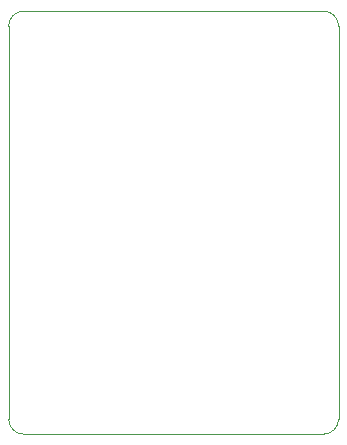
<source format=gbr>
%TF.GenerationSoftware,KiCad,Pcbnew,8.0.5*%
%TF.CreationDate,2024-10-16T14:13:12+03:00*%
%TF.ProjectId,H2Car_BatteryLevelndicator,48324361-725f-4426-9174-746572794c65,rev?*%
%TF.SameCoordinates,Original*%
%TF.FileFunction,Profile,NP*%
%FSLAX46Y46*%
G04 Gerber Fmt 4.6, Leading zero omitted, Abs format (unit mm)*
G04 Created by KiCad (PCBNEW 8.0.5) date 2024-10-16 14:13:12*
%MOMM*%
%LPD*%
G01*
G04 APERTURE LIST*
%TA.AperFunction,Profile*%
%ADD10C,0.050000*%
%TD*%
G04 APERTURE END LIST*
D10*
X73777974Y-100193974D02*
X73777974Y-99431974D01*
X100447974Y-101463974D02*
X75047974Y-101463974D01*
X78857974Y-65649974D02*
X96637974Y-65649974D01*
X73777974Y-96383974D02*
X73777974Y-99431974D01*
X75047974Y-101463974D02*
G75*
G02*
X73778026Y-100193974I26J1269974D01*
G01*
X101717974Y-100193974D02*
G75*
G02*
X100447974Y-101463974I-1269974J-26D01*
G01*
X73777974Y-66919974D02*
G75*
G02*
X75047974Y-65649974I1270026J-26D01*
G01*
X73777974Y-66919974D02*
X73777974Y-96383974D01*
X101717974Y-96383974D02*
X101717974Y-100193974D01*
X101717974Y-66919974D02*
X101717974Y-96383974D01*
X96637974Y-65649974D02*
X100447974Y-65649974D01*
X75047974Y-65649974D02*
X78857974Y-65649974D01*
X100447974Y-65649974D02*
G75*
G02*
X101718026Y-66919974I26J-1270026D01*
G01*
M02*

</source>
